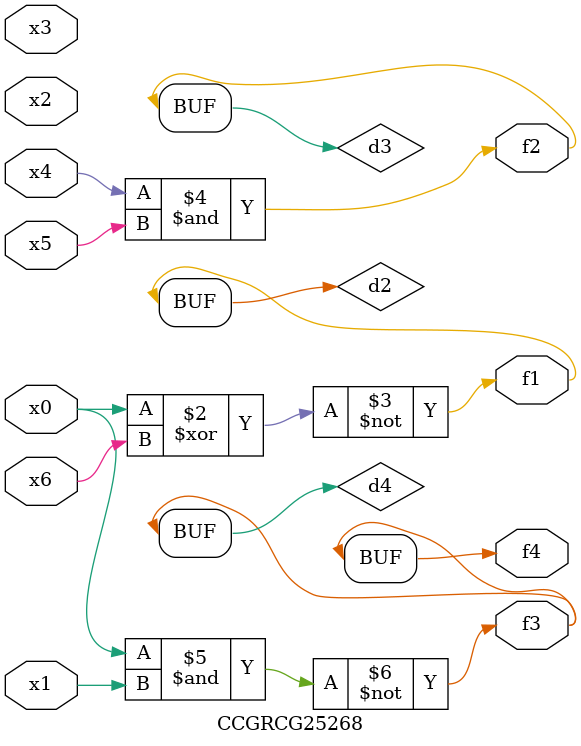
<source format=v>
module CCGRCG25268(
	input x0, x1, x2, x3, x4, x5, x6,
	output f1, f2, f3, f4
);

	wire d1, d2, d3, d4;

	nor (d1, x0);
	xnor (d2, x0, x6);
	and (d3, x4, x5);
	nand (d4, x0, x1);
	assign f1 = d2;
	assign f2 = d3;
	assign f3 = d4;
	assign f4 = d4;
endmodule

</source>
